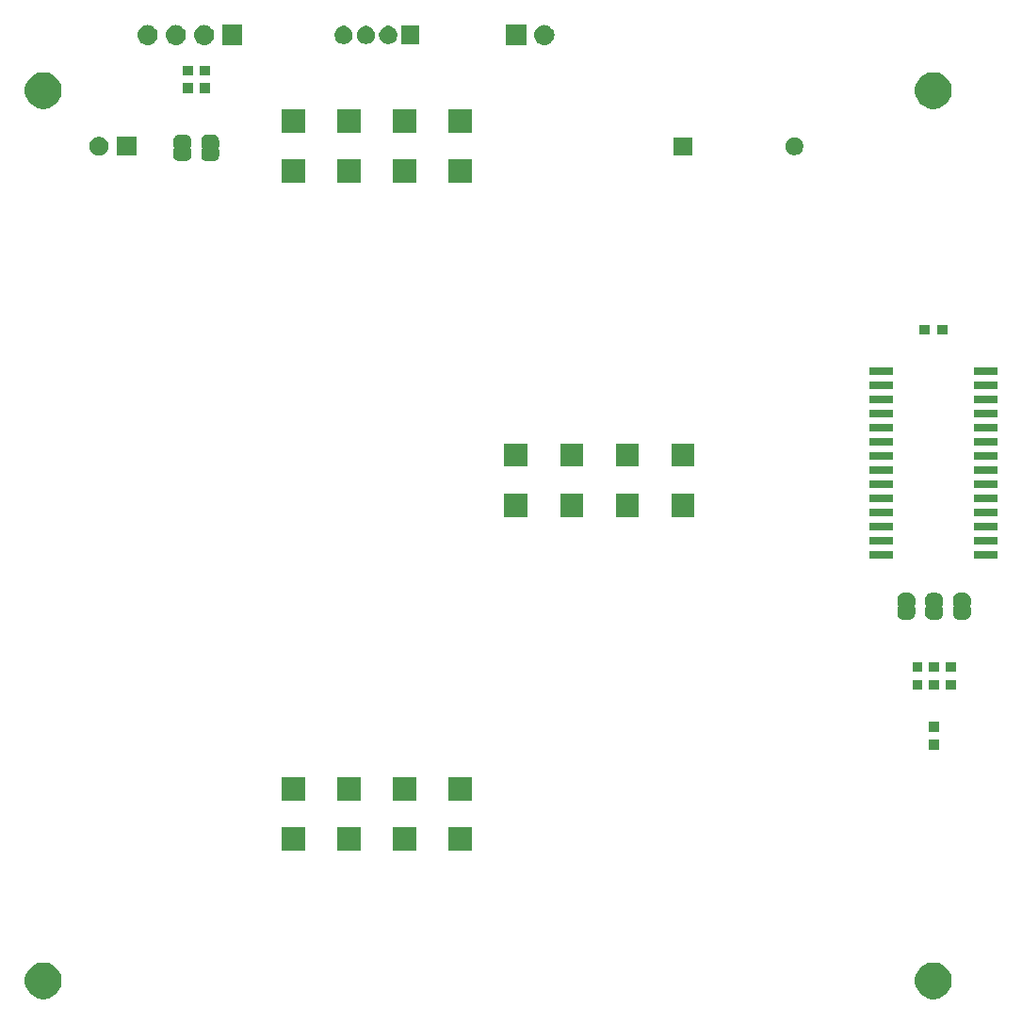
<source format=gbs>
G04 #@! TF.GenerationSoftware,KiCad,Pcbnew,(5.0.2)-1*
G04 #@! TF.CreationDate,2019-02-25T23:41:49+09:00*
G04 #@! TF.ProjectId,Land,4c616e64-2e6b-4696-9361-645f70636258,rev?*
G04 #@! TF.SameCoordinates,Original*
G04 #@! TF.FileFunction,Soldermask,Bot*
G04 #@! TF.FilePolarity,Negative*
%FSLAX46Y46*%
G04 Gerber Fmt 4.6, Leading zero omitted, Abs format (unit mm)*
G04 Created by KiCad (PCBNEW (5.0.2)-1) date 2019/02/25 23:41:49*
%MOMM*%
%LPD*%
G01*
G04 APERTURE LIST*
%ADD10C,0.100000*%
G04 APERTURE END LIST*
D10*
G36*
X170375256Y-143391298D02*
X170481579Y-143412447D01*
X170782042Y-143536903D01*
X171048852Y-143715180D01*
X171052454Y-143717587D01*
X171282413Y-143947546D01*
X171463098Y-144217960D01*
X171587553Y-144518422D01*
X171651000Y-144837389D01*
X171651000Y-145162611D01*
X171587553Y-145481578D01*
X171463098Y-145782040D01*
X171282413Y-146052454D01*
X171052454Y-146282413D01*
X171052451Y-146282415D01*
X170782042Y-146463097D01*
X170481579Y-146587553D01*
X170375256Y-146608702D01*
X170162611Y-146651000D01*
X169837389Y-146651000D01*
X169624744Y-146608702D01*
X169518421Y-146587553D01*
X169217958Y-146463097D01*
X168947549Y-146282415D01*
X168947546Y-146282413D01*
X168717587Y-146052454D01*
X168536902Y-145782040D01*
X168412447Y-145481578D01*
X168349000Y-145162611D01*
X168349000Y-144837389D01*
X168412447Y-144518422D01*
X168536902Y-144217960D01*
X168717587Y-143947546D01*
X168947546Y-143717587D01*
X168951148Y-143715180D01*
X169217958Y-143536903D01*
X169518421Y-143412447D01*
X169624744Y-143391298D01*
X169837389Y-143349000D01*
X170162611Y-143349000D01*
X170375256Y-143391298D01*
X170375256Y-143391298D01*
G37*
G36*
X90375256Y-143391298D02*
X90481579Y-143412447D01*
X90782042Y-143536903D01*
X91048852Y-143715180D01*
X91052454Y-143717587D01*
X91282413Y-143947546D01*
X91463098Y-144217960D01*
X91587553Y-144518422D01*
X91651000Y-144837389D01*
X91651000Y-145162611D01*
X91587553Y-145481578D01*
X91463098Y-145782040D01*
X91282413Y-146052454D01*
X91052454Y-146282413D01*
X91052451Y-146282415D01*
X90782042Y-146463097D01*
X90481579Y-146587553D01*
X90375256Y-146608702D01*
X90162611Y-146651000D01*
X89837389Y-146651000D01*
X89624744Y-146608702D01*
X89518421Y-146587553D01*
X89217958Y-146463097D01*
X88947549Y-146282415D01*
X88947546Y-146282413D01*
X88717587Y-146052454D01*
X88536902Y-145782040D01*
X88412447Y-145481578D01*
X88349000Y-145162611D01*
X88349000Y-144837389D01*
X88412447Y-144518422D01*
X88536902Y-144217960D01*
X88717587Y-143947546D01*
X88947546Y-143717587D01*
X88951148Y-143715180D01*
X89217958Y-143536903D01*
X89518421Y-143412447D01*
X89624744Y-143391298D01*
X89837389Y-143349000D01*
X90162611Y-143349000D01*
X90375256Y-143391298D01*
X90375256Y-143391298D01*
G37*
G36*
X113551000Y-133301000D02*
X111449000Y-133301000D01*
X111449000Y-131199000D01*
X113551000Y-131199000D01*
X113551000Y-133301000D01*
X113551000Y-133301000D01*
G37*
G36*
X118551000Y-133301000D02*
X116449000Y-133301000D01*
X116449000Y-131199000D01*
X118551000Y-131199000D01*
X118551000Y-133301000D01*
X118551000Y-133301000D01*
G37*
G36*
X128551000Y-133301000D02*
X126449000Y-133301000D01*
X126449000Y-131199000D01*
X128551000Y-131199000D01*
X128551000Y-133301000D01*
X128551000Y-133301000D01*
G37*
G36*
X123551000Y-133301000D02*
X121449000Y-133301000D01*
X121449000Y-131199000D01*
X123551000Y-131199000D01*
X123551000Y-133301000D01*
X123551000Y-133301000D01*
G37*
G36*
X113551000Y-128801000D02*
X111449000Y-128801000D01*
X111449000Y-126699000D01*
X113551000Y-126699000D01*
X113551000Y-128801000D01*
X113551000Y-128801000D01*
G37*
G36*
X118551000Y-128801000D02*
X116449000Y-128801000D01*
X116449000Y-126699000D01*
X118551000Y-126699000D01*
X118551000Y-128801000D01*
X118551000Y-128801000D01*
G37*
G36*
X123551000Y-128801000D02*
X121449000Y-128801000D01*
X121449000Y-126699000D01*
X123551000Y-126699000D01*
X123551000Y-128801000D01*
X123551000Y-128801000D01*
G37*
G36*
X128551000Y-128801000D02*
X126449000Y-128801000D01*
X126449000Y-126699000D01*
X128551000Y-126699000D01*
X128551000Y-128801000D01*
X128551000Y-128801000D01*
G37*
G36*
X170511000Y-124241000D02*
X169609000Y-124241000D01*
X169609000Y-123339000D01*
X170511000Y-123339000D01*
X170511000Y-124241000D01*
X170511000Y-124241000D01*
G37*
G36*
X170511000Y-122641000D02*
X169609000Y-122641000D01*
X169609000Y-121739000D01*
X170511000Y-121739000D01*
X170511000Y-122641000D01*
X170511000Y-122641000D01*
G37*
G36*
X169018000Y-118851000D02*
X168116000Y-118851000D01*
X168116000Y-117949000D01*
X169018000Y-117949000D01*
X169018000Y-118851000D01*
X169018000Y-118851000D01*
G37*
G36*
X170518000Y-118851000D02*
X169616000Y-118851000D01*
X169616000Y-117949000D01*
X170518000Y-117949000D01*
X170518000Y-118851000D01*
X170518000Y-118851000D01*
G37*
G36*
X172018000Y-118851000D02*
X171116000Y-118851000D01*
X171116000Y-117949000D01*
X172018000Y-117949000D01*
X172018000Y-118851000D01*
X172018000Y-118851000D01*
G37*
G36*
X172018000Y-117251000D02*
X171116000Y-117251000D01*
X171116000Y-116349000D01*
X172018000Y-116349000D01*
X172018000Y-117251000D01*
X172018000Y-117251000D01*
G37*
G36*
X170518000Y-117251000D02*
X169616000Y-117251000D01*
X169616000Y-116349000D01*
X170518000Y-116349000D01*
X170518000Y-117251000D01*
X170518000Y-117251000D01*
G37*
G36*
X169018000Y-117251000D02*
X168116000Y-117251000D01*
X168116000Y-116349000D01*
X169018000Y-116349000D01*
X169018000Y-117251000D01*
X169018000Y-117251000D01*
G37*
G36*
X172829198Y-110149954D02*
X172841450Y-110150556D01*
X172859869Y-110150556D01*
X172882149Y-110152750D01*
X172966236Y-110169476D01*
X172987655Y-110175974D01*
X173066871Y-110208785D01*
X173086607Y-110219335D01*
X173157897Y-110266969D01*
X173175208Y-110281176D01*
X173235824Y-110341792D01*
X173250031Y-110359103D01*
X173297665Y-110430393D01*
X173308215Y-110450129D01*
X173341026Y-110529345D01*
X173347524Y-110550764D01*
X173364250Y-110634851D01*
X173366444Y-110657131D01*
X173366444Y-110675550D01*
X173367046Y-110687802D01*
X173368852Y-110706140D01*
X173368852Y-111193860D01*
X173367263Y-111209999D01*
X173364347Y-111219611D01*
X173359612Y-111228469D01*
X173353237Y-111236237D01*
X173340798Y-111246446D01*
X173330432Y-111253372D01*
X173313105Y-111270698D01*
X173299490Y-111291073D01*
X173290112Y-111313711D01*
X173285331Y-111337745D01*
X173285331Y-111362249D01*
X173290111Y-111386283D01*
X173299487Y-111408922D01*
X173313101Y-111429297D01*
X173330427Y-111446624D01*
X173340796Y-111453552D01*
X173353237Y-111463763D01*
X173359612Y-111471531D01*
X173364347Y-111480389D01*
X173367263Y-111490001D01*
X173368852Y-111506140D01*
X173368852Y-111993861D01*
X173367046Y-112012198D01*
X173366444Y-112024450D01*
X173366444Y-112042869D01*
X173364250Y-112065149D01*
X173347524Y-112149236D01*
X173341026Y-112170655D01*
X173308215Y-112249871D01*
X173297665Y-112269607D01*
X173250031Y-112340897D01*
X173235824Y-112358208D01*
X173175208Y-112418824D01*
X173157897Y-112433031D01*
X173086607Y-112480665D01*
X173066871Y-112491215D01*
X172987655Y-112524026D01*
X172966236Y-112530524D01*
X172882149Y-112547250D01*
X172859869Y-112549444D01*
X172841450Y-112549444D01*
X172829198Y-112550046D01*
X172810861Y-112551852D01*
X172323139Y-112551852D01*
X172304802Y-112550046D01*
X172292550Y-112549444D01*
X172274131Y-112549444D01*
X172251851Y-112547250D01*
X172167764Y-112530524D01*
X172146345Y-112524026D01*
X172067129Y-112491215D01*
X172047393Y-112480665D01*
X171976103Y-112433031D01*
X171958792Y-112418824D01*
X171898176Y-112358208D01*
X171883969Y-112340897D01*
X171836335Y-112269607D01*
X171825785Y-112249871D01*
X171792974Y-112170655D01*
X171786476Y-112149236D01*
X171769750Y-112065149D01*
X171767556Y-112042869D01*
X171767556Y-112024450D01*
X171766954Y-112012198D01*
X171765148Y-111993861D01*
X171765148Y-111506140D01*
X171766737Y-111490001D01*
X171769653Y-111480389D01*
X171774388Y-111471531D01*
X171780763Y-111463763D01*
X171793202Y-111453554D01*
X171803568Y-111446628D01*
X171820895Y-111429302D01*
X171834510Y-111408927D01*
X171843888Y-111386289D01*
X171848669Y-111362255D01*
X171848669Y-111337751D01*
X171843889Y-111313717D01*
X171834513Y-111291078D01*
X171820899Y-111270703D01*
X171803573Y-111253376D01*
X171793204Y-111246448D01*
X171780763Y-111236237D01*
X171774388Y-111228469D01*
X171769653Y-111219611D01*
X171766737Y-111209999D01*
X171765148Y-111193860D01*
X171765148Y-110706140D01*
X171766954Y-110687802D01*
X171767556Y-110675550D01*
X171767556Y-110657131D01*
X171769750Y-110634851D01*
X171786476Y-110550764D01*
X171792974Y-110529345D01*
X171825785Y-110450129D01*
X171836335Y-110430393D01*
X171883969Y-110359103D01*
X171898176Y-110341792D01*
X171958792Y-110281176D01*
X171976103Y-110266969D01*
X172047393Y-110219335D01*
X172067129Y-110208785D01*
X172146345Y-110175974D01*
X172167764Y-110169476D01*
X172251851Y-110152750D01*
X172274131Y-110150556D01*
X172292550Y-110150556D01*
X172304802Y-110149954D01*
X172323140Y-110148148D01*
X172810860Y-110148148D01*
X172829198Y-110149954D01*
X172829198Y-110149954D01*
G37*
G36*
X167829198Y-110149954D02*
X167841450Y-110150556D01*
X167859869Y-110150556D01*
X167882149Y-110152750D01*
X167966236Y-110169476D01*
X167987655Y-110175974D01*
X168066871Y-110208785D01*
X168086607Y-110219335D01*
X168157897Y-110266969D01*
X168175208Y-110281176D01*
X168235824Y-110341792D01*
X168250031Y-110359103D01*
X168297665Y-110430393D01*
X168308215Y-110450129D01*
X168341026Y-110529345D01*
X168347524Y-110550764D01*
X168364250Y-110634851D01*
X168366444Y-110657131D01*
X168366444Y-110675550D01*
X168367046Y-110687802D01*
X168368852Y-110706140D01*
X168368852Y-111193860D01*
X168367263Y-111209999D01*
X168364347Y-111219611D01*
X168359612Y-111228469D01*
X168353237Y-111236237D01*
X168340798Y-111246446D01*
X168330432Y-111253372D01*
X168313105Y-111270698D01*
X168299490Y-111291073D01*
X168290112Y-111313711D01*
X168285331Y-111337745D01*
X168285331Y-111362249D01*
X168290111Y-111386283D01*
X168299487Y-111408922D01*
X168313101Y-111429297D01*
X168330427Y-111446624D01*
X168340796Y-111453552D01*
X168353237Y-111463763D01*
X168359612Y-111471531D01*
X168364347Y-111480389D01*
X168367263Y-111490001D01*
X168368852Y-111506140D01*
X168368852Y-111993861D01*
X168367046Y-112012198D01*
X168366444Y-112024450D01*
X168366444Y-112042869D01*
X168364250Y-112065149D01*
X168347524Y-112149236D01*
X168341026Y-112170655D01*
X168308215Y-112249871D01*
X168297665Y-112269607D01*
X168250031Y-112340897D01*
X168235824Y-112358208D01*
X168175208Y-112418824D01*
X168157897Y-112433031D01*
X168086607Y-112480665D01*
X168066871Y-112491215D01*
X167987655Y-112524026D01*
X167966236Y-112530524D01*
X167882149Y-112547250D01*
X167859869Y-112549444D01*
X167841450Y-112549444D01*
X167829198Y-112550046D01*
X167810861Y-112551852D01*
X167323139Y-112551852D01*
X167304802Y-112550046D01*
X167292550Y-112549444D01*
X167274131Y-112549444D01*
X167251851Y-112547250D01*
X167167764Y-112530524D01*
X167146345Y-112524026D01*
X167067129Y-112491215D01*
X167047393Y-112480665D01*
X166976103Y-112433031D01*
X166958792Y-112418824D01*
X166898176Y-112358208D01*
X166883969Y-112340897D01*
X166836335Y-112269607D01*
X166825785Y-112249871D01*
X166792974Y-112170655D01*
X166786476Y-112149236D01*
X166769750Y-112065149D01*
X166767556Y-112042869D01*
X166767556Y-112024450D01*
X166766954Y-112012198D01*
X166765148Y-111993861D01*
X166765148Y-111506140D01*
X166766737Y-111490001D01*
X166769653Y-111480389D01*
X166774388Y-111471531D01*
X166780763Y-111463763D01*
X166793202Y-111453554D01*
X166803568Y-111446628D01*
X166820895Y-111429302D01*
X166834510Y-111408927D01*
X166843888Y-111386289D01*
X166848669Y-111362255D01*
X166848669Y-111337751D01*
X166843889Y-111313717D01*
X166834513Y-111291078D01*
X166820899Y-111270703D01*
X166803573Y-111253376D01*
X166793204Y-111246448D01*
X166780763Y-111236237D01*
X166774388Y-111228469D01*
X166769653Y-111219611D01*
X166766737Y-111209999D01*
X166765148Y-111193860D01*
X166765148Y-110706140D01*
X166766954Y-110687802D01*
X166767556Y-110675550D01*
X166767556Y-110657131D01*
X166769750Y-110634851D01*
X166786476Y-110550764D01*
X166792974Y-110529345D01*
X166825785Y-110450129D01*
X166836335Y-110430393D01*
X166883969Y-110359103D01*
X166898176Y-110341792D01*
X166958792Y-110281176D01*
X166976103Y-110266969D01*
X167047393Y-110219335D01*
X167067129Y-110208785D01*
X167146345Y-110175974D01*
X167167764Y-110169476D01*
X167251851Y-110152750D01*
X167274131Y-110150556D01*
X167292550Y-110150556D01*
X167304802Y-110149954D01*
X167323140Y-110148148D01*
X167810860Y-110148148D01*
X167829198Y-110149954D01*
X167829198Y-110149954D01*
G37*
G36*
X170329198Y-110149954D02*
X170341450Y-110150556D01*
X170359869Y-110150556D01*
X170382149Y-110152750D01*
X170466236Y-110169476D01*
X170487655Y-110175974D01*
X170566871Y-110208785D01*
X170586607Y-110219335D01*
X170657897Y-110266969D01*
X170675208Y-110281176D01*
X170735824Y-110341792D01*
X170750031Y-110359103D01*
X170797665Y-110430393D01*
X170808215Y-110450129D01*
X170841026Y-110529345D01*
X170847524Y-110550764D01*
X170864250Y-110634851D01*
X170866444Y-110657131D01*
X170866444Y-110675550D01*
X170867046Y-110687802D01*
X170868852Y-110706140D01*
X170868852Y-111193860D01*
X170867263Y-111209999D01*
X170864347Y-111219611D01*
X170859612Y-111228469D01*
X170853237Y-111236237D01*
X170840798Y-111246446D01*
X170830432Y-111253372D01*
X170813105Y-111270698D01*
X170799490Y-111291073D01*
X170790112Y-111313711D01*
X170785331Y-111337745D01*
X170785331Y-111362249D01*
X170790111Y-111386283D01*
X170799487Y-111408922D01*
X170813101Y-111429297D01*
X170830427Y-111446624D01*
X170840796Y-111453552D01*
X170853237Y-111463763D01*
X170859612Y-111471531D01*
X170864347Y-111480389D01*
X170867263Y-111490001D01*
X170868852Y-111506140D01*
X170868852Y-111993861D01*
X170867046Y-112012198D01*
X170866444Y-112024450D01*
X170866444Y-112042869D01*
X170864250Y-112065149D01*
X170847524Y-112149236D01*
X170841026Y-112170655D01*
X170808215Y-112249871D01*
X170797665Y-112269607D01*
X170750031Y-112340897D01*
X170735824Y-112358208D01*
X170675208Y-112418824D01*
X170657897Y-112433031D01*
X170586607Y-112480665D01*
X170566871Y-112491215D01*
X170487655Y-112524026D01*
X170466236Y-112530524D01*
X170382149Y-112547250D01*
X170359869Y-112549444D01*
X170341450Y-112549444D01*
X170329198Y-112550046D01*
X170310861Y-112551852D01*
X169823139Y-112551852D01*
X169804802Y-112550046D01*
X169792550Y-112549444D01*
X169774131Y-112549444D01*
X169751851Y-112547250D01*
X169667764Y-112530524D01*
X169646345Y-112524026D01*
X169567129Y-112491215D01*
X169547393Y-112480665D01*
X169476103Y-112433031D01*
X169458792Y-112418824D01*
X169398176Y-112358208D01*
X169383969Y-112340897D01*
X169336335Y-112269607D01*
X169325785Y-112249871D01*
X169292974Y-112170655D01*
X169286476Y-112149236D01*
X169269750Y-112065149D01*
X169267556Y-112042869D01*
X169267556Y-112024450D01*
X169266954Y-112012198D01*
X169265148Y-111993861D01*
X169265148Y-111506140D01*
X169266737Y-111490001D01*
X169269653Y-111480389D01*
X169274388Y-111471531D01*
X169280763Y-111463763D01*
X169293202Y-111453554D01*
X169303568Y-111446628D01*
X169320895Y-111429302D01*
X169334510Y-111408927D01*
X169343888Y-111386289D01*
X169348669Y-111362255D01*
X169348669Y-111337751D01*
X169343889Y-111313717D01*
X169334513Y-111291078D01*
X169320899Y-111270703D01*
X169303573Y-111253376D01*
X169293204Y-111246448D01*
X169280763Y-111236237D01*
X169274388Y-111228469D01*
X169269653Y-111219611D01*
X169266737Y-111209999D01*
X169265148Y-111193860D01*
X169265148Y-110706140D01*
X169266954Y-110687802D01*
X169267556Y-110675550D01*
X169267556Y-110657131D01*
X169269750Y-110634851D01*
X169286476Y-110550764D01*
X169292974Y-110529345D01*
X169325785Y-110450129D01*
X169336335Y-110430393D01*
X169383969Y-110359103D01*
X169398176Y-110341792D01*
X169458792Y-110281176D01*
X169476103Y-110266969D01*
X169547393Y-110219335D01*
X169567129Y-110208785D01*
X169646345Y-110175974D01*
X169667764Y-110169476D01*
X169751851Y-110152750D01*
X169774131Y-110150556D01*
X169792550Y-110150556D01*
X169804802Y-110149954D01*
X169823140Y-110148148D01*
X170310860Y-110148148D01*
X170329198Y-110149954D01*
X170329198Y-110149954D01*
G37*
G36*
X166351000Y-107106000D02*
X164249000Y-107106000D01*
X164249000Y-106404000D01*
X166351000Y-106404000D01*
X166351000Y-107106000D01*
X166351000Y-107106000D01*
G37*
G36*
X175751000Y-107106000D02*
X173649000Y-107106000D01*
X173649000Y-106404000D01*
X175751000Y-106404000D01*
X175751000Y-107106000D01*
X175751000Y-107106000D01*
G37*
G36*
X166351000Y-105836000D02*
X164249000Y-105836000D01*
X164249000Y-105134000D01*
X166351000Y-105134000D01*
X166351000Y-105836000D01*
X166351000Y-105836000D01*
G37*
G36*
X175751000Y-105836000D02*
X173649000Y-105836000D01*
X173649000Y-105134000D01*
X175751000Y-105134000D01*
X175751000Y-105836000D01*
X175751000Y-105836000D01*
G37*
G36*
X175751000Y-104566000D02*
X173649000Y-104566000D01*
X173649000Y-103864000D01*
X175751000Y-103864000D01*
X175751000Y-104566000D01*
X175751000Y-104566000D01*
G37*
G36*
X166351000Y-104566000D02*
X164249000Y-104566000D01*
X164249000Y-103864000D01*
X166351000Y-103864000D01*
X166351000Y-104566000D01*
X166351000Y-104566000D01*
G37*
G36*
X133551000Y-103301000D02*
X131449000Y-103301000D01*
X131449000Y-101199000D01*
X133551000Y-101199000D01*
X133551000Y-103301000D01*
X133551000Y-103301000D01*
G37*
G36*
X138551000Y-103301000D02*
X136449000Y-103301000D01*
X136449000Y-101199000D01*
X138551000Y-101199000D01*
X138551000Y-103301000D01*
X138551000Y-103301000D01*
G37*
G36*
X143551000Y-103301000D02*
X141449000Y-103301000D01*
X141449000Y-101199000D01*
X143551000Y-101199000D01*
X143551000Y-103301000D01*
X143551000Y-103301000D01*
G37*
G36*
X148551000Y-103301000D02*
X146449000Y-103301000D01*
X146449000Y-101199000D01*
X148551000Y-101199000D01*
X148551000Y-103301000D01*
X148551000Y-103301000D01*
G37*
G36*
X175751000Y-103296000D02*
X173649000Y-103296000D01*
X173649000Y-102594000D01*
X175751000Y-102594000D01*
X175751000Y-103296000D01*
X175751000Y-103296000D01*
G37*
G36*
X166351000Y-103296000D02*
X164249000Y-103296000D01*
X164249000Y-102594000D01*
X166351000Y-102594000D01*
X166351000Y-103296000D01*
X166351000Y-103296000D01*
G37*
G36*
X166351000Y-102026000D02*
X164249000Y-102026000D01*
X164249000Y-101324000D01*
X166351000Y-101324000D01*
X166351000Y-102026000D01*
X166351000Y-102026000D01*
G37*
G36*
X175751000Y-102026000D02*
X173649000Y-102026000D01*
X173649000Y-101324000D01*
X175751000Y-101324000D01*
X175751000Y-102026000D01*
X175751000Y-102026000D01*
G37*
G36*
X175751000Y-100756000D02*
X173649000Y-100756000D01*
X173649000Y-100054000D01*
X175751000Y-100054000D01*
X175751000Y-100756000D01*
X175751000Y-100756000D01*
G37*
G36*
X166351000Y-100756000D02*
X164249000Y-100756000D01*
X164249000Y-100054000D01*
X166351000Y-100054000D01*
X166351000Y-100756000D01*
X166351000Y-100756000D01*
G37*
G36*
X175751000Y-99486000D02*
X173649000Y-99486000D01*
X173649000Y-98784000D01*
X175751000Y-98784000D01*
X175751000Y-99486000D01*
X175751000Y-99486000D01*
G37*
G36*
X166351000Y-99486000D02*
X164249000Y-99486000D01*
X164249000Y-98784000D01*
X166351000Y-98784000D01*
X166351000Y-99486000D01*
X166351000Y-99486000D01*
G37*
G36*
X138551000Y-98801000D02*
X136449000Y-98801000D01*
X136449000Y-96699000D01*
X138551000Y-96699000D01*
X138551000Y-98801000D01*
X138551000Y-98801000D01*
G37*
G36*
X148551000Y-98801000D02*
X146449000Y-98801000D01*
X146449000Y-96699000D01*
X148551000Y-96699000D01*
X148551000Y-98801000D01*
X148551000Y-98801000D01*
G37*
G36*
X133551000Y-98801000D02*
X131449000Y-98801000D01*
X131449000Y-96699000D01*
X133551000Y-96699000D01*
X133551000Y-98801000D01*
X133551000Y-98801000D01*
G37*
G36*
X143551000Y-98801000D02*
X141449000Y-98801000D01*
X141449000Y-96699000D01*
X143551000Y-96699000D01*
X143551000Y-98801000D01*
X143551000Y-98801000D01*
G37*
G36*
X166351000Y-98216000D02*
X164249000Y-98216000D01*
X164249000Y-97514000D01*
X166351000Y-97514000D01*
X166351000Y-98216000D01*
X166351000Y-98216000D01*
G37*
G36*
X175751000Y-98216000D02*
X173649000Y-98216000D01*
X173649000Y-97514000D01*
X175751000Y-97514000D01*
X175751000Y-98216000D01*
X175751000Y-98216000D01*
G37*
G36*
X175751000Y-96946000D02*
X173649000Y-96946000D01*
X173649000Y-96244000D01*
X175751000Y-96244000D01*
X175751000Y-96946000D01*
X175751000Y-96946000D01*
G37*
G36*
X166351000Y-96946000D02*
X164249000Y-96946000D01*
X164249000Y-96244000D01*
X166351000Y-96244000D01*
X166351000Y-96946000D01*
X166351000Y-96946000D01*
G37*
G36*
X175751000Y-95676000D02*
X173649000Y-95676000D01*
X173649000Y-94974000D01*
X175751000Y-94974000D01*
X175751000Y-95676000D01*
X175751000Y-95676000D01*
G37*
G36*
X166351000Y-95676000D02*
X164249000Y-95676000D01*
X164249000Y-94974000D01*
X166351000Y-94974000D01*
X166351000Y-95676000D01*
X166351000Y-95676000D01*
G37*
G36*
X175751000Y-94406000D02*
X173649000Y-94406000D01*
X173649000Y-93704000D01*
X175751000Y-93704000D01*
X175751000Y-94406000D01*
X175751000Y-94406000D01*
G37*
G36*
X166351000Y-94406000D02*
X164249000Y-94406000D01*
X164249000Y-93704000D01*
X166351000Y-93704000D01*
X166351000Y-94406000D01*
X166351000Y-94406000D01*
G37*
G36*
X166351000Y-93136000D02*
X164249000Y-93136000D01*
X164249000Y-92434000D01*
X166351000Y-92434000D01*
X166351000Y-93136000D01*
X166351000Y-93136000D01*
G37*
G36*
X175751000Y-93136000D02*
X173649000Y-93136000D01*
X173649000Y-92434000D01*
X175751000Y-92434000D01*
X175751000Y-93136000D01*
X175751000Y-93136000D01*
G37*
G36*
X175751000Y-91866000D02*
X173649000Y-91866000D01*
X173649000Y-91164000D01*
X175751000Y-91164000D01*
X175751000Y-91866000D01*
X175751000Y-91866000D01*
G37*
G36*
X166351000Y-91866000D02*
X164249000Y-91866000D01*
X164249000Y-91164000D01*
X166351000Y-91164000D01*
X166351000Y-91866000D01*
X166351000Y-91866000D01*
G37*
G36*
X166351000Y-90596000D02*
X164249000Y-90596000D01*
X164249000Y-89894000D01*
X166351000Y-89894000D01*
X166351000Y-90596000D01*
X166351000Y-90596000D01*
G37*
G36*
X175751000Y-90596000D02*
X173649000Y-90596000D01*
X173649000Y-89894000D01*
X175751000Y-89894000D01*
X175751000Y-90596000D01*
X175751000Y-90596000D01*
G37*
G36*
X171251000Y-86951000D02*
X170349000Y-86951000D01*
X170349000Y-86049000D01*
X171251000Y-86049000D01*
X171251000Y-86951000D01*
X171251000Y-86951000D01*
G37*
G36*
X169651000Y-86951000D02*
X168749000Y-86951000D01*
X168749000Y-86049000D01*
X169651000Y-86049000D01*
X169651000Y-86951000D01*
X169651000Y-86951000D01*
G37*
G36*
X113551000Y-73301000D02*
X111449000Y-73301000D01*
X111449000Y-71199000D01*
X113551000Y-71199000D01*
X113551000Y-73301000D01*
X113551000Y-73301000D01*
G37*
G36*
X128551000Y-73301000D02*
X126449000Y-73301000D01*
X126449000Y-71199000D01*
X128551000Y-71199000D01*
X128551000Y-73301000D01*
X128551000Y-73301000D01*
G37*
G36*
X118551000Y-73301000D02*
X116449000Y-73301000D01*
X116449000Y-71199000D01*
X118551000Y-71199000D01*
X118551000Y-73301000D01*
X118551000Y-73301000D01*
G37*
G36*
X123551000Y-73301000D02*
X121449000Y-73301000D01*
X121449000Y-71199000D01*
X123551000Y-71199000D01*
X123551000Y-73301000D01*
X123551000Y-73301000D01*
G37*
G36*
X105262198Y-68949954D02*
X105274450Y-68950556D01*
X105292869Y-68950556D01*
X105315149Y-68952750D01*
X105399236Y-68969476D01*
X105420655Y-68975974D01*
X105499871Y-69008785D01*
X105519607Y-69019335D01*
X105590897Y-69066969D01*
X105608208Y-69081176D01*
X105668824Y-69141792D01*
X105683031Y-69159103D01*
X105730665Y-69230393D01*
X105741215Y-69250129D01*
X105774026Y-69329345D01*
X105780524Y-69350764D01*
X105797250Y-69434851D01*
X105799444Y-69457131D01*
X105799444Y-69475550D01*
X105800046Y-69487802D01*
X105801852Y-69506140D01*
X105801852Y-69993860D01*
X105800263Y-70009999D01*
X105797347Y-70019611D01*
X105792612Y-70028469D01*
X105786237Y-70036237D01*
X105773798Y-70046446D01*
X105763432Y-70053372D01*
X105746105Y-70070698D01*
X105732490Y-70091073D01*
X105723112Y-70113711D01*
X105718331Y-70137745D01*
X105718331Y-70162249D01*
X105723111Y-70186283D01*
X105732487Y-70208922D01*
X105746101Y-70229297D01*
X105763427Y-70246624D01*
X105773796Y-70253552D01*
X105786237Y-70263763D01*
X105792612Y-70271531D01*
X105797347Y-70280389D01*
X105800263Y-70290001D01*
X105801852Y-70306140D01*
X105801852Y-70793861D01*
X105800046Y-70812198D01*
X105799444Y-70824450D01*
X105799444Y-70842869D01*
X105797250Y-70865149D01*
X105780524Y-70949236D01*
X105774026Y-70970655D01*
X105741215Y-71049871D01*
X105730665Y-71069607D01*
X105683031Y-71140897D01*
X105668824Y-71158208D01*
X105608208Y-71218824D01*
X105590897Y-71233031D01*
X105519607Y-71280665D01*
X105499871Y-71291215D01*
X105420655Y-71324026D01*
X105399236Y-71330524D01*
X105315149Y-71347250D01*
X105292869Y-71349444D01*
X105274450Y-71349444D01*
X105262198Y-71350046D01*
X105243861Y-71351852D01*
X104756139Y-71351852D01*
X104737802Y-71350046D01*
X104725550Y-71349444D01*
X104707131Y-71349444D01*
X104684851Y-71347250D01*
X104600764Y-71330524D01*
X104579345Y-71324026D01*
X104500129Y-71291215D01*
X104480393Y-71280665D01*
X104409103Y-71233031D01*
X104391792Y-71218824D01*
X104331176Y-71158208D01*
X104316969Y-71140897D01*
X104269335Y-71069607D01*
X104258785Y-71049871D01*
X104225974Y-70970655D01*
X104219476Y-70949236D01*
X104202750Y-70865149D01*
X104200556Y-70842869D01*
X104200556Y-70824450D01*
X104199954Y-70812198D01*
X104198148Y-70793861D01*
X104198148Y-70306140D01*
X104199737Y-70290001D01*
X104202653Y-70280389D01*
X104207388Y-70271531D01*
X104213763Y-70263763D01*
X104226202Y-70253554D01*
X104236568Y-70246628D01*
X104253895Y-70229302D01*
X104267510Y-70208927D01*
X104276888Y-70186289D01*
X104281669Y-70162255D01*
X104281669Y-70137751D01*
X104276889Y-70113717D01*
X104267513Y-70091078D01*
X104253899Y-70070703D01*
X104236573Y-70053376D01*
X104226204Y-70046448D01*
X104213763Y-70036237D01*
X104207388Y-70028469D01*
X104202653Y-70019611D01*
X104199737Y-70009999D01*
X104198148Y-69993860D01*
X104198148Y-69506140D01*
X104199954Y-69487802D01*
X104200556Y-69475550D01*
X104200556Y-69457131D01*
X104202750Y-69434851D01*
X104219476Y-69350764D01*
X104225974Y-69329345D01*
X104258785Y-69250129D01*
X104269335Y-69230393D01*
X104316969Y-69159103D01*
X104331176Y-69141792D01*
X104391792Y-69081176D01*
X104409103Y-69066969D01*
X104480393Y-69019335D01*
X104500129Y-69008785D01*
X104579345Y-68975974D01*
X104600764Y-68969476D01*
X104684851Y-68952750D01*
X104707131Y-68950556D01*
X104725550Y-68950556D01*
X104737802Y-68949954D01*
X104756140Y-68948148D01*
X105243860Y-68948148D01*
X105262198Y-68949954D01*
X105262198Y-68949954D01*
G37*
G36*
X102762198Y-68949954D02*
X102774450Y-68950556D01*
X102792869Y-68950556D01*
X102815149Y-68952750D01*
X102899236Y-68969476D01*
X102920655Y-68975974D01*
X102999871Y-69008785D01*
X103019607Y-69019335D01*
X103090897Y-69066969D01*
X103108208Y-69081176D01*
X103168824Y-69141792D01*
X103183031Y-69159103D01*
X103230665Y-69230393D01*
X103241215Y-69250129D01*
X103274026Y-69329345D01*
X103280524Y-69350764D01*
X103297250Y-69434851D01*
X103299444Y-69457131D01*
X103299444Y-69475550D01*
X103300046Y-69487802D01*
X103301852Y-69506140D01*
X103301852Y-69993860D01*
X103300263Y-70009999D01*
X103297347Y-70019611D01*
X103292612Y-70028469D01*
X103286237Y-70036237D01*
X103273798Y-70046446D01*
X103263432Y-70053372D01*
X103246105Y-70070698D01*
X103232490Y-70091073D01*
X103223112Y-70113711D01*
X103218331Y-70137745D01*
X103218331Y-70162249D01*
X103223111Y-70186283D01*
X103232487Y-70208922D01*
X103246101Y-70229297D01*
X103263427Y-70246624D01*
X103273796Y-70253552D01*
X103286237Y-70263763D01*
X103292612Y-70271531D01*
X103297347Y-70280389D01*
X103300263Y-70290001D01*
X103301852Y-70306140D01*
X103301852Y-70793861D01*
X103300046Y-70812198D01*
X103299444Y-70824450D01*
X103299444Y-70842869D01*
X103297250Y-70865149D01*
X103280524Y-70949236D01*
X103274026Y-70970655D01*
X103241215Y-71049871D01*
X103230665Y-71069607D01*
X103183031Y-71140897D01*
X103168824Y-71158208D01*
X103108208Y-71218824D01*
X103090897Y-71233031D01*
X103019607Y-71280665D01*
X102999871Y-71291215D01*
X102920655Y-71324026D01*
X102899236Y-71330524D01*
X102815149Y-71347250D01*
X102792869Y-71349444D01*
X102774450Y-71349444D01*
X102762198Y-71350046D01*
X102743861Y-71351852D01*
X102256139Y-71351852D01*
X102237802Y-71350046D01*
X102225550Y-71349444D01*
X102207131Y-71349444D01*
X102184851Y-71347250D01*
X102100764Y-71330524D01*
X102079345Y-71324026D01*
X102000129Y-71291215D01*
X101980393Y-71280665D01*
X101909103Y-71233031D01*
X101891792Y-71218824D01*
X101831176Y-71158208D01*
X101816969Y-71140897D01*
X101769335Y-71069607D01*
X101758785Y-71049871D01*
X101725974Y-70970655D01*
X101719476Y-70949236D01*
X101702750Y-70865149D01*
X101700556Y-70842869D01*
X101700556Y-70824450D01*
X101699954Y-70812198D01*
X101698148Y-70793861D01*
X101698148Y-70306140D01*
X101699737Y-70290001D01*
X101702653Y-70280389D01*
X101707388Y-70271531D01*
X101713763Y-70263763D01*
X101726202Y-70253554D01*
X101736568Y-70246628D01*
X101753895Y-70229302D01*
X101767510Y-70208927D01*
X101776888Y-70186289D01*
X101781669Y-70162255D01*
X101781669Y-70137751D01*
X101776889Y-70113717D01*
X101767513Y-70091078D01*
X101753899Y-70070703D01*
X101736573Y-70053376D01*
X101726204Y-70046448D01*
X101713763Y-70036237D01*
X101707388Y-70028469D01*
X101702653Y-70019611D01*
X101699737Y-70009999D01*
X101698148Y-69993860D01*
X101698148Y-69506140D01*
X101699954Y-69487802D01*
X101700556Y-69475550D01*
X101700556Y-69457131D01*
X101702750Y-69434851D01*
X101719476Y-69350764D01*
X101725974Y-69329345D01*
X101758785Y-69250129D01*
X101769335Y-69230393D01*
X101816969Y-69159103D01*
X101831176Y-69141792D01*
X101891792Y-69081176D01*
X101909103Y-69066969D01*
X101980393Y-69019335D01*
X102000129Y-69008785D01*
X102079345Y-68975974D01*
X102100764Y-68969476D01*
X102184851Y-68952750D01*
X102207131Y-68950556D01*
X102225550Y-68950556D01*
X102237802Y-68949954D01*
X102256140Y-68948148D01*
X102743860Y-68948148D01*
X102762198Y-68949954D01*
X102762198Y-68949954D01*
G37*
G36*
X95248228Y-69181703D02*
X95403100Y-69245853D01*
X95542481Y-69338985D01*
X95661015Y-69457519D01*
X95754147Y-69596900D01*
X95818297Y-69751772D01*
X95851000Y-69916184D01*
X95851000Y-70083816D01*
X95818297Y-70248228D01*
X95754147Y-70403100D01*
X95661015Y-70542481D01*
X95542481Y-70661015D01*
X95403100Y-70754147D01*
X95248228Y-70818297D01*
X95083816Y-70851000D01*
X94916184Y-70851000D01*
X94751772Y-70818297D01*
X94596900Y-70754147D01*
X94457519Y-70661015D01*
X94338985Y-70542481D01*
X94245853Y-70403100D01*
X94181703Y-70248228D01*
X94149000Y-70083816D01*
X94149000Y-69916184D01*
X94181703Y-69751772D01*
X94245853Y-69596900D01*
X94338985Y-69457519D01*
X94457519Y-69338985D01*
X94596900Y-69245853D01*
X94751772Y-69181703D01*
X94916184Y-69149000D01*
X95083816Y-69149000D01*
X95248228Y-69181703D01*
X95248228Y-69181703D01*
G37*
G36*
X98351000Y-70851000D02*
X96649000Y-70851000D01*
X96649000Y-69149000D01*
X98351000Y-69149000D01*
X98351000Y-70851000D01*
X98351000Y-70851000D01*
G37*
G36*
X148313000Y-70813000D02*
X146687000Y-70813000D01*
X146687000Y-69187000D01*
X148313000Y-69187000D01*
X148313000Y-70813000D01*
X148313000Y-70813000D01*
G37*
G36*
X157737142Y-69218242D02*
X157885102Y-69279530D01*
X157952130Y-69324317D01*
X157991712Y-69350764D01*
X158018258Y-69368502D01*
X158131498Y-69481742D01*
X158220470Y-69614898D01*
X158281758Y-69762858D01*
X158313000Y-69919925D01*
X158313000Y-70080075D01*
X158281758Y-70237142D01*
X158220470Y-70385102D01*
X158131498Y-70518258D01*
X158018258Y-70631498D01*
X157885102Y-70720470D01*
X157737142Y-70781758D01*
X157580075Y-70813000D01*
X157419925Y-70813000D01*
X157262858Y-70781758D01*
X157114898Y-70720470D01*
X156981742Y-70631498D01*
X156868502Y-70518258D01*
X156779530Y-70385102D01*
X156718242Y-70237142D01*
X156687000Y-70080075D01*
X156687000Y-69919925D01*
X156718242Y-69762858D01*
X156779530Y-69614898D01*
X156868502Y-69481742D01*
X156981742Y-69368502D01*
X157008289Y-69350764D01*
X157047870Y-69324317D01*
X157114898Y-69279530D01*
X157262858Y-69218242D01*
X157419925Y-69187000D01*
X157580075Y-69187000D01*
X157737142Y-69218242D01*
X157737142Y-69218242D01*
G37*
G36*
X123551000Y-68801000D02*
X121449000Y-68801000D01*
X121449000Y-66699000D01*
X123551000Y-66699000D01*
X123551000Y-68801000D01*
X123551000Y-68801000D01*
G37*
G36*
X113551000Y-68801000D02*
X111449000Y-68801000D01*
X111449000Y-66699000D01*
X113551000Y-66699000D01*
X113551000Y-68801000D01*
X113551000Y-68801000D01*
G37*
G36*
X118551000Y-68801000D02*
X116449000Y-68801000D01*
X116449000Y-66699000D01*
X118551000Y-66699000D01*
X118551000Y-68801000D01*
X118551000Y-68801000D01*
G37*
G36*
X128551000Y-68801000D02*
X126449000Y-68801000D01*
X126449000Y-66699000D01*
X128551000Y-66699000D01*
X128551000Y-68801000D01*
X128551000Y-68801000D01*
G37*
G36*
X170375256Y-63391298D02*
X170481579Y-63412447D01*
X170782042Y-63536903D01*
X170952800Y-63651000D01*
X171052454Y-63717587D01*
X171282413Y-63947546D01*
X171463098Y-64217960D01*
X171587553Y-64518422D01*
X171651000Y-64837389D01*
X171651000Y-65162611D01*
X171587553Y-65481578D01*
X171463098Y-65782040D01*
X171282413Y-66052454D01*
X171052454Y-66282413D01*
X171052451Y-66282415D01*
X170782042Y-66463097D01*
X170481579Y-66587553D01*
X170375256Y-66608702D01*
X170162611Y-66651000D01*
X169837389Y-66651000D01*
X169624744Y-66608702D01*
X169518421Y-66587553D01*
X169217958Y-66463097D01*
X168947549Y-66282415D01*
X168947546Y-66282413D01*
X168717587Y-66052454D01*
X168536902Y-65782040D01*
X168412447Y-65481578D01*
X168349000Y-65162611D01*
X168349000Y-64837389D01*
X168412447Y-64518422D01*
X168536902Y-64217960D01*
X168717587Y-63947546D01*
X168947546Y-63717587D01*
X169047200Y-63651000D01*
X169217958Y-63536903D01*
X169518421Y-63412447D01*
X169624744Y-63391298D01*
X169837389Y-63349000D01*
X170162611Y-63349000D01*
X170375256Y-63391298D01*
X170375256Y-63391298D01*
G37*
G36*
X90375256Y-63391298D02*
X90481579Y-63412447D01*
X90782042Y-63536903D01*
X90952800Y-63651000D01*
X91052454Y-63717587D01*
X91282413Y-63947546D01*
X91463098Y-64217960D01*
X91587553Y-64518422D01*
X91651000Y-64837389D01*
X91651000Y-65162611D01*
X91587553Y-65481578D01*
X91463098Y-65782040D01*
X91282413Y-66052454D01*
X91052454Y-66282413D01*
X91052451Y-66282415D01*
X90782042Y-66463097D01*
X90481579Y-66587553D01*
X90375256Y-66608702D01*
X90162611Y-66651000D01*
X89837389Y-66651000D01*
X89624744Y-66608702D01*
X89518421Y-66587553D01*
X89217958Y-66463097D01*
X88947549Y-66282415D01*
X88947546Y-66282413D01*
X88717587Y-66052454D01*
X88536902Y-65782040D01*
X88412447Y-65481578D01*
X88349000Y-65162611D01*
X88349000Y-64837389D01*
X88412447Y-64518422D01*
X88536902Y-64217960D01*
X88717587Y-63947546D01*
X88947546Y-63717587D01*
X89047200Y-63651000D01*
X89217958Y-63536903D01*
X89518421Y-63412447D01*
X89624744Y-63391298D01*
X89837389Y-63349000D01*
X90162611Y-63349000D01*
X90375256Y-63391298D01*
X90375256Y-63391298D01*
G37*
G36*
X103451000Y-65251000D02*
X102549000Y-65251000D01*
X102549000Y-64349000D01*
X103451000Y-64349000D01*
X103451000Y-65251000D01*
X103451000Y-65251000D01*
G37*
G36*
X104951000Y-65251000D02*
X104049000Y-65251000D01*
X104049000Y-64349000D01*
X104951000Y-64349000D01*
X104951000Y-65251000D01*
X104951000Y-65251000D01*
G37*
G36*
X103451000Y-63651000D02*
X102549000Y-63651000D01*
X102549000Y-62749000D01*
X103451000Y-62749000D01*
X103451000Y-63651000D01*
X103451000Y-63651000D01*
G37*
G36*
X104951000Y-63651000D02*
X104049000Y-63651000D01*
X104049000Y-62749000D01*
X104951000Y-62749000D01*
X104951000Y-63651000D01*
X104951000Y-63651000D01*
G37*
G36*
X135150443Y-59105519D02*
X135216627Y-59112037D01*
X135329853Y-59146384D01*
X135386467Y-59163557D01*
X135488774Y-59218242D01*
X135542991Y-59247222D01*
X135578729Y-59276552D01*
X135680186Y-59359814D01*
X135763448Y-59461271D01*
X135792778Y-59497009D01*
X135792779Y-59497011D01*
X135876443Y-59653533D01*
X135876443Y-59653534D01*
X135927963Y-59823373D01*
X135945359Y-60000000D01*
X135927963Y-60176627D01*
X135893616Y-60289853D01*
X135876443Y-60346467D01*
X135802348Y-60485087D01*
X135792778Y-60502991D01*
X135763448Y-60538729D01*
X135680186Y-60640186D01*
X135582358Y-60720470D01*
X135542991Y-60752778D01*
X135542989Y-60752779D01*
X135386467Y-60836443D01*
X135329853Y-60853616D01*
X135216627Y-60887963D01*
X135150442Y-60894482D01*
X135084260Y-60901000D01*
X134995740Y-60901000D01*
X134929558Y-60894482D01*
X134863373Y-60887963D01*
X134750147Y-60853616D01*
X134693533Y-60836443D01*
X134537011Y-60752779D01*
X134537009Y-60752778D01*
X134497642Y-60720470D01*
X134399814Y-60640186D01*
X134316552Y-60538729D01*
X134287222Y-60502991D01*
X134277652Y-60485087D01*
X134203557Y-60346467D01*
X134186384Y-60289853D01*
X134152037Y-60176627D01*
X134134641Y-60000000D01*
X134152037Y-59823373D01*
X134203557Y-59653534D01*
X134203557Y-59653533D01*
X134287221Y-59497011D01*
X134287222Y-59497009D01*
X134316552Y-59461271D01*
X134399814Y-59359814D01*
X134501271Y-59276552D01*
X134537009Y-59247222D01*
X134591226Y-59218242D01*
X134693533Y-59163557D01*
X134750147Y-59146384D01*
X134863373Y-59112037D01*
X134929557Y-59105519D01*
X134995740Y-59099000D01*
X135084260Y-59099000D01*
X135150443Y-59105519D01*
X135150443Y-59105519D01*
G37*
G36*
X99490443Y-59105519D02*
X99556627Y-59112037D01*
X99669853Y-59146384D01*
X99726467Y-59163557D01*
X99828774Y-59218242D01*
X99882991Y-59247222D01*
X99918729Y-59276552D01*
X100020186Y-59359814D01*
X100103448Y-59461271D01*
X100132778Y-59497009D01*
X100132779Y-59497011D01*
X100216443Y-59653533D01*
X100216443Y-59653534D01*
X100267963Y-59823373D01*
X100285359Y-60000000D01*
X100267963Y-60176627D01*
X100233616Y-60289853D01*
X100216443Y-60346467D01*
X100142348Y-60485087D01*
X100132778Y-60502991D01*
X100103448Y-60538729D01*
X100020186Y-60640186D01*
X99922358Y-60720470D01*
X99882991Y-60752778D01*
X99882989Y-60752779D01*
X99726467Y-60836443D01*
X99669853Y-60853616D01*
X99556627Y-60887963D01*
X99490442Y-60894482D01*
X99424260Y-60901000D01*
X99335740Y-60901000D01*
X99269558Y-60894482D01*
X99203373Y-60887963D01*
X99090147Y-60853616D01*
X99033533Y-60836443D01*
X98877011Y-60752779D01*
X98877009Y-60752778D01*
X98837642Y-60720470D01*
X98739814Y-60640186D01*
X98656552Y-60538729D01*
X98627222Y-60502991D01*
X98617652Y-60485087D01*
X98543557Y-60346467D01*
X98526384Y-60289853D01*
X98492037Y-60176627D01*
X98474641Y-60000000D01*
X98492037Y-59823373D01*
X98543557Y-59653534D01*
X98543557Y-59653533D01*
X98627221Y-59497011D01*
X98627222Y-59497009D01*
X98656552Y-59461271D01*
X98739814Y-59359814D01*
X98841271Y-59276552D01*
X98877009Y-59247222D01*
X98931226Y-59218242D01*
X99033533Y-59163557D01*
X99090147Y-59146384D01*
X99203373Y-59112037D01*
X99269557Y-59105519D01*
X99335740Y-59099000D01*
X99424260Y-59099000D01*
X99490443Y-59105519D01*
X99490443Y-59105519D01*
G37*
G36*
X102030443Y-59105519D02*
X102096627Y-59112037D01*
X102209853Y-59146384D01*
X102266467Y-59163557D01*
X102368774Y-59218242D01*
X102422991Y-59247222D01*
X102458729Y-59276552D01*
X102560186Y-59359814D01*
X102643448Y-59461271D01*
X102672778Y-59497009D01*
X102672779Y-59497011D01*
X102756443Y-59653533D01*
X102756443Y-59653534D01*
X102807963Y-59823373D01*
X102825359Y-60000000D01*
X102807963Y-60176627D01*
X102773616Y-60289853D01*
X102756443Y-60346467D01*
X102682348Y-60485087D01*
X102672778Y-60502991D01*
X102643448Y-60538729D01*
X102560186Y-60640186D01*
X102462358Y-60720470D01*
X102422991Y-60752778D01*
X102422989Y-60752779D01*
X102266467Y-60836443D01*
X102209853Y-60853616D01*
X102096627Y-60887963D01*
X102030442Y-60894482D01*
X101964260Y-60901000D01*
X101875740Y-60901000D01*
X101809558Y-60894482D01*
X101743373Y-60887963D01*
X101630147Y-60853616D01*
X101573533Y-60836443D01*
X101417011Y-60752779D01*
X101417009Y-60752778D01*
X101377642Y-60720470D01*
X101279814Y-60640186D01*
X101196552Y-60538729D01*
X101167222Y-60502991D01*
X101157652Y-60485087D01*
X101083557Y-60346467D01*
X101066384Y-60289853D01*
X101032037Y-60176627D01*
X101014641Y-60000000D01*
X101032037Y-59823373D01*
X101083557Y-59653534D01*
X101083557Y-59653533D01*
X101167221Y-59497011D01*
X101167222Y-59497009D01*
X101196552Y-59461271D01*
X101279814Y-59359814D01*
X101381271Y-59276552D01*
X101417009Y-59247222D01*
X101471226Y-59218242D01*
X101573533Y-59163557D01*
X101630147Y-59146384D01*
X101743373Y-59112037D01*
X101809557Y-59105519D01*
X101875740Y-59099000D01*
X101964260Y-59099000D01*
X102030443Y-59105519D01*
X102030443Y-59105519D01*
G37*
G36*
X104570443Y-59105519D02*
X104636627Y-59112037D01*
X104749853Y-59146384D01*
X104806467Y-59163557D01*
X104908774Y-59218242D01*
X104962991Y-59247222D01*
X104998729Y-59276552D01*
X105100186Y-59359814D01*
X105183448Y-59461271D01*
X105212778Y-59497009D01*
X105212779Y-59497011D01*
X105296443Y-59653533D01*
X105296443Y-59653534D01*
X105347963Y-59823373D01*
X105365359Y-60000000D01*
X105347963Y-60176627D01*
X105313616Y-60289853D01*
X105296443Y-60346467D01*
X105222348Y-60485087D01*
X105212778Y-60502991D01*
X105183448Y-60538729D01*
X105100186Y-60640186D01*
X105002358Y-60720470D01*
X104962991Y-60752778D01*
X104962989Y-60752779D01*
X104806467Y-60836443D01*
X104749853Y-60853616D01*
X104636627Y-60887963D01*
X104570442Y-60894482D01*
X104504260Y-60901000D01*
X104415740Y-60901000D01*
X104349558Y-60894482D01*
X104283373Y-60887963D01*
X104170147Y-60853616D01*
X104113533Y-60836443D01*
X103957011Y-60752779D01*
X103957009Y-60752778D01*
X103917642Y-60720470D01*
X103819814Y-60640186D01*
X103736552Y-60538729D01*
X103707222Y-60502991D01*
X103697652Y-60485087D01*
X103623557Y-60346467D01*
X103606384Y-60289853D01*
X103572037Y-60176627D01*
X103554641Y-60000000D01*
X103572037Y-59823373D01*
X103623557Y-59653534D01*
X103623557Y-59653533D01*
X103707221Y-59497011D01*
X103707222Y-59497009D01*
X103736552Y-59461271D01*
X103819814Y-59359814D01*
X103921271Y-59276552D01*
X103957009Y-59247222D01*
X104011226Y-59218242D01*
X104113533Y-59163557D01*
X104170147Y-59146384D01*
X104283373Y-59112037D01*
X104349557Y-59105519D01*
X104415740Y-59099000D01*
X104504260Y-59099000D01*
X104570443Y-59105519D01*
X104570443Y-59105519D01*
G37*
G36*
X107901000Y-60901000D02*
X106099000Y-60901000D01*
X106099000Y-59099000D01*
X107901000Y-59099000D01*
X107901000Y-60901000D01*
X107901000Y-60901000D01*
G37*
G36*
X133401000Y-60901000D02*
X131599000Y-60901000D01*
X131599000Y-59099000D01*
X133401000Y-59099000D01*
X133401000Y-60901000D01*
X133401000Y-60901000D01*
G37*
G36*
X119237142Y-59218242D02*
X119385102Y-59279530D01*
X119452130Y-59324317D01*
X119518257Y-59368501D01*
X119631499Y-59481743D01*
X119675683Y-59547870D01*
X119720470Y-59614898D01*
X119781758Y-59762858D01*
X119813000Y-59919925D01*
X119813000Y-60080075D01*
X119781758Y-60237142D01*
X119736474Y-60346466D01*
X119720471Y-60385100D01*
X119631499Y-60518257D01*
X119518257Y-60631499D01*
X119452130Y-60675683D01*
X119385102Y-60720470D01*
X119237142Y-60781758D01*
X119080075Y-60813000D01*
X118919925Y-60813000D01*
X118762858Y-60781758D01*
X118614898Y-60720470D01*
X118547870Y-60675683D01*
X118481743Y-60631499D01*
X118368501Y-60518257D01*
X118279529Y-60385100D01*
X118263526Y-60346466D01*
X118218242Y-60237142D01*
X118187000Y-60080075D01*
X118187000Y-59919925D01*
X118218242Y-59762858D01*
X118279530Y-59614898D01*
X118324317Y-59547870D01*
X118368501Y-59481743D01*
X118481743Y-59368501D01*
X118547870Y-59324317D01*
X118614898Y-59279530D01*
X118762858Y-59218242D01*
X118919925Y-59187000D01*
X119080075Y-59187000D01*
X119237142Y-59218242D01*
X119237142Y-59218242D01*
G37*
G36*
X117237142Y-59218242D02*
X117385102Y-59279530D01*
X117452130Y-59324317D01*
X117518257Y-59368501D01*
X117631499Y-59481743D01*
X117675683Y-59547870D01*
X117720470Y-59614898D01*
X117781758Y-59762858D01*
X117813000Y-59919925D01*
X117813000Y-60080075D01*
X117781758Y-60237142D01*
X117736474Y-60346466D01*
X117720471Y-60385100D01*
X117631499Y-60518257D01*
X117518257Y-60631499D01*
X117452130Y-60675683D01*
X117385102Y-60720470D01*
X117237142Y-60781758D01*
X117080075Y-60813000D01*
X116919925Y-60813000D01*
X116762858Y-60781758D01*
X116614898Y-60720470D01*
X116547870Y-60675683D01*
X116481743Y-60631499D01*
X116368501Y-60518257D01*
X116279529Y-60385100D01*
X116263526Y-60346466D01*
X116218242Y-60237142D01*
X116187000Y-60080075D01*
X116187000Y-59919925D01*
X116218242Y-59762858D01*
X116279530Y-59614898D01*
X116324317Y-59547870D01*
X116368501Y-59481743D01*
X116481743Y-59368501D01*
X116547870Y-59324317D01*
X116614898Y-59279530D01*
X116762858Y-59218242D01*
X116919925Y-59187000D01*
X117080075Y-59187000D01*
X117237142Y-59218242D01*
X117237142Y-59218242D01*
G37*
G36*
X121237142Y-59218242D02*
X121385102Y-59279530D01*
X121452130Y-59324317D01*
X121518257Y-59368501D01*
X121631499Y-59481743D01*
X121675683Y-59547870D01*
X121720470Y-59614898D01*
X121781758Y-59762858D01*
X121813000Y-59919925D01*
X121813000Y-60080075D01*
X121781758Y-60237142D01*
X121736474Y-60346466D01*
X121720471Y-60385100D01*
X121631499Y-60518257D01*
X121518257Y-60631499D01*
X121452130Y-60675683D01*
X121385102Y-60720470D01*
X121237142Y-60781758D01*
X121080075Y-60813000D01*
X120919925Y-60813000D01*
X120762858Y-60781758D01*
X120614898Y-60720470D01*
X120547870Y-60675683D01*
X120481743Y-60631499D01*
X120368501Y-60518257D01*
X120279529Y-60385100D01*
X120263526Y-60346466D01*
X120218242Y-60237142D01*
X120187000Y-60080075D01*
X120187000Y-59919925D01*
X120218242Y-59762858D01*
X120279530Y-59614898D01*
X120324317Y-59547870D01*
X120368501Y-59481743D01*
X120481743Y-59368501D01*
X120547870Y-59324317D01*
X120614898Y-59279530D01*
X120762858Y-59218242D01*
X120919925Y-59187000D01*
X121080075Y-59187000D01*
X121237142Y-59218242D01*
X121237142Y-59218242D01*
G37*
G36*
X123813000Y-60813000D02*
X122187000Y-60813000D01*
X122187000Y-59187000D01*
X123813000Y-59187000D01*
X123813000Y-60813000D01*
X123813000Y-60813000D01*
G37*
M02*

</source>
